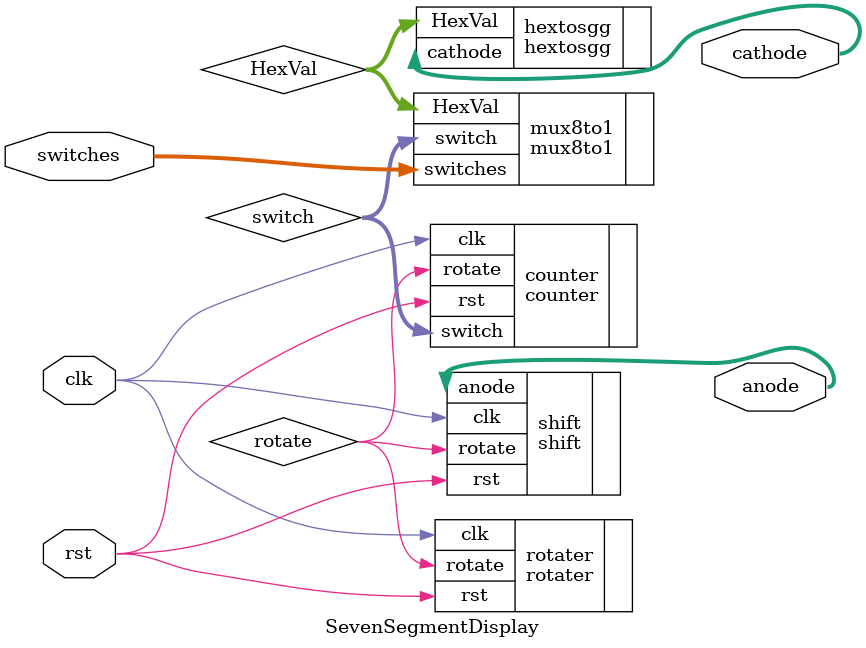
<source format=v>
`timescale 1ns / 1ps


 module SevenSegmentDisplay(
input           wire clk,         //100Mhz clock
input           wire rst,         //HA asynchronous reset
input    wire [15:0] switches,    //data to display on Seven Segment Display
output   wire [ 7:0] cathode,     //seven segment cathode signals
output   wire [ 7:0] anode        //seven segment anode signals
);
wire [3:0] HexVal;
wire rotate;
wire [ 2:0] switch;       //for testing

rotater rotater (.clk(clk), .rst(rst), .rotate(rotate));
shift shift (.clk(clk), .rotate(rotate), .rst(rst), .anode(anode[7:0]));
counter counter(.clk(clk), .rst(rst), .rotate(rotate), .switch(switch[2:0]));
mux8to1 mux8to1(.switches(switches[15:0]), .switch(switch[2:0]), .HexVal(HexVal[3:0]));
hextosgg hextosgg(.HexVal(HexVal[3:0]), .cathode(cathode[7:0]));

endmodule

</source>
